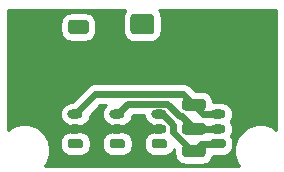
<source format=gbr>
%TF.GenerationSoftware,KiCad,Pcbnew,(5.1.9)-1*%
%TF.CreationDate,2021-08-12T17:05:41+01:00*%
%TF.ProjectId,heli-servo-board,68656c69-2d73-4657-9276-6f2d626f6172,rev?*%
%TF.SameCoordinates,Original*%
%TF.FileFunction,Copper,L1,Top*%
%TF.FilePolarity,Positive*%
%FSLAX46Y46*%
G04 Gerber Fmt 4.6, Leading zero omitted, Abs format (unit mm)*
G04 Created by KiCad (PCBNEW (5.1.9)-1) date 2021-08-12 17:05:41*
%MOMM*%
%LPD*%
G01*
G04 APERTURE LIST*
%TA.AperFunction,ComponentPad*%
%ADD10O,1.750000X1.200000*%
%TD*%
%TA.AperFunction,ComponentPad*%
%ADD11O,1.300000X0.800000*%
%TD*%
%TA.AperFunction,ComponentPad*%
%ADD12O,2.000000X1.700000*%
%TD*%
%TA.AperFunction,Conductor*%
%ADD13C,0.600000*%
%TD*%
%TA.AperFunction,Conductor*%
%ADD14C,0.254000*%
%TD*%
%TA.AperFunction,Conductor*%
%ADD15C,0.100000*%
%TD*%
G04 APERTURE END LIST*
D10*
%TO.P,REF\u002A\u002A,2*%
%TO.N,+BATT*%
X164592000Y-153536400D03*
%TO.P,REF\u002A\u002A,1*%
%TO.N,GND*%
%TA.AperFunction,ComponentPad*%
G36*
G01*
X163966600Y-150936400D02*
X165217400Y-150936400D01*
G75*
G02*
X165467000Y-151186000I0J-249600D01*
G01*
X165467000Y-151886800D01*
G75*
G02*
X165217400Y-152136400I-249600J0D01*
G01*
X163966600Y-152136400D01*
G75*
G02*
X163717000Y-151886800I0J249600D01*
G01*
X163717000Y-151186000D01*
G75*
G02*
X163966600Y-150936400I249600J0D01*
G01*
G37*
%TD.AperFunction*%
%TD*%
D11*
%TO.P,J1,3*%
%TO.N,Net-(J1-Pad3)*%
X176403000Y-158917000D03*
%TO.P,J1,2*%
%TO.N,Net-(J1-Pad2)*%
X176403000Y-160167000D03*
%TO.P,J1,1*%
%TO.N,Net-(J1-Pad1)*%
%TA.AperFunction,ComponentPad*%
G36*
G01*
X176853000Y-161817000D02*
X175953000Y-161817000D01*
G75*
G02*
X175753000Y-161617000I0J200000D01*
G01*
X175753000Y-161217000D01*
G75*
G02*
X175953000Y-161017000I200000J0D01*
G01*
X176853000Y-161017000D01*
G75*
G02*
X177053000Y-161217000I0J-200000D01*
G01*
X177053000Y-161617000D01*
G75*
G02*
X176853000Y-161817000I-200000J0D01*
G01*
G37*
%TD.AperFunction*%
%TD*%
%TO.P,J4,3*%
%TO.N,Net-(J1-Pad1)*%
X171450000Y-158917000D03*
%TO.P,J4,2*%
%TO.N,+BATT*%
X171450000Y-160167000D03*
%TO.P,J4,1*%
%TO.N,GND*%
%TA.AperFunction,ComponentPad*%
G36*
G01*
X171900000Y-161817000D02*
X171000000Y-161817000D01*
G75*
G02*
X170800000Y-161617000I0J200000D01*
G01*
X170800000Y-161217000D01*
G75*
G02*
X171000000Y-161017000I200000J0D01*
G01*
X171900000Y-161017000D01*
G75*
G02*
X172100000Y-161217000I0J-200000D01*
G01*
X172100000Y-161617000D01*
G75*
G02*
X171900000Y-161817000I-200000J0D01*
G01*
G37*
%TD.AperFunction*%
%TD*%
%TO.P,J3,3*%
%TO.N,Net-(J1-Pad2)*%
X167894000Y-158917000D03*
%TO.P,J3,2*%
%TO.N,+BATT*%
X167894000Y-160167000D03*
%TO.P,J3,1*%
%TO.N,GND*%
%TA.AperFunction,ComponentPad*%
G36*
G01*
X168344000Y-161817000D02*
X167444000Y-161817000D01*
G75*
G02*
X167244000Y-161617000I0J200000D01*
G01*
X167244000Y-161217000D01*
G75*
G02*
X167444000Y-161017000I200000J0D01*
G01*
X168344000Y-161017000D01*
G75*
G02*
X168544000Y-161217000I0J-200000D01*
G01*
X168544000Y-161617000D01*
G75*
G02*
X168344000Y-161817000I-200000J0D01*
G01*
G37*
%TD.AperFunction*%
%TD*%
%TO.P,J2,3*%
%TO.N,Net-(J1-Pad3)*%
X164338000Y-158917000D03*
%TO.P,J2,2*%
%TO.N,+BATT*%
X164338000Y-160167000D03*
%TO.P,J2,1*%
%TO.N,GND*%
%TA.AperFunction,ComponentPad*%
G36*
G01*
X164788000Y-161817000D02*
X163888000Y-161817000D01*
G75*
G02*
X163688000Y-161617000I0J200000D01*
G01*
X163688000Y-161217000D01*
G75*
G02*
X163888000Y-161017000I200000J0D01*
G01*
X164788000Y-161017000D01*
G75*
G02*
X164988000Y-161217000I0J-200000D01*
G01*
X164988000Y-161617000D01*
G75*
G02*
X164788000Y-161817000I-200000J0D01*
G01*
G37*
%TD.AperFunction*%
%TD*%
D12*
%TO.P,J6,2*%
%TO.N,+BATT*%
X170000000Y-153797000D03*
%TO.P,J6,1*%
%TO.N,GND*%
%TA.AperFunction,ComponentPad*%
G36*
G01*
X169250000Y-150447000D02*
X170750000Y-150447000D01*
G75*
G02*
X171000000Y-150697000I0J-250000D01*
G01*
X171000000Y-151897000D01*
G75*
G02*
X170750000Y-152147000I-250000J0D01*
G01*
X169250000Y-152147000D01*
G75*
G02*
X169000000Y-151897000I0J250000D01*
G01*
X169000000Y-150697000D01*
G75*
G02*
X169250000Y-150447000I250000J0D01*
G01*
G37*
%TD.AperFunction*%
%TD*%
%TO.P,J9,1*%
%TO.N,Net-(J1-Pad1)*%
%TA.AperFunction,SMDPad,CuDef*%
G36*
G01*
X173621000Y-161552000D02*
X175121000Y-161552000D01*
G75*
G02*
X175371000Y-161802000I0J-250000D01*
G01*
X175371000Y-162302000D01*
G75*
G02*
X175121000Y-162552000I-250000J0D01*
G01*
X173621000Y-162552000D01*
G75*
G02*
X173371000Y-162302000I0J250000D01*
G01*
X173371000Y-161802000D01*
G75*
G02*
X173621000Y-161552000I250000J0D01*
G01*
G37*
%TD.AperFunction*%
%TD*%
%TO.P,J8,1*%
%TO.N,Net-(J1-Pad2)*%
%TA.AperFunction,SMDPad,CuDef*%
G36*
G01*
X173621000Y-159647000D02*
X175121000Y-159647000D01*
G75*
G02*
X175371000Y-159897000I0J-250000D01*
G01*
X175371000Y-160397000D01*
G75*
G02*
X175121000Y-160647000I-250000J0D01*
G01*
X173621000Y-160647000D01*
G75*
G02*
X173371000Y-160397000I0J250000D01*
G01*
X173371000Y-159897000D01*
G75*
G02*
X173621000Y-159647000I250000J0D01*
G01*
G37*
%TD.AperFunction*%
%TD*%
%TO.P,J7,1*%
%TO.N,Net-(J1-Pad3)*%
%TA.AperFunction,SMDPad,CuDef*%
G36*
G01*
X173621000Y-157615000D02*
X175121000Y-157615000D01*
G75*
G02*
X175371000Y-157865000I0J-250000D01*
G01*
X175371000Y-158365000D01*
G75*
G02*
X175121000Y-158615000I-250000J0D01*
G01*
X173621000Y-158615000D01*
G75*
G02*
X173371000Y-158365000I0J250000D01*
G01*
X173371000Y-157865000D01*
G75*
G02*
X173621000Y-157615000I250000J0D01*
G01*
G37*
%TD.AperFunction*%
%TD*%
D13*
%TO.N,Net-(J1-Pad3)*%
X166038020Y-157216980D02*
X164338000Y-158917000D01*
X173472980Y-157216980D02*
X166038020Y-157216980D01*
X174371000Y-158115000D02*
X173472980Y-157216980D01*
X175173000Y-158917000D02*
X174371000Y-158115000D01*
X176403000Y-158917000D02*
X175173000Y-158917000D01*
%TO.N,Net-(J1-Pad2)*%
X168794010Y-158016990D02*
X167894000Y-158917000D01*
X172072796Y-158016990D02*
X168794010Y-158016990D01*
X173170816Y-159115010D02*
X172072796Y-158016990D01*
X173339010Y-159115010D02*
X173170816Y-159115010D01*
X174371000Y-160147000D02*
X173339010Y-159115010D01*
X174391000Y-160167000D02*
X174371000Y-160147000D01*
X176403000Y-160167000D02*
X174391000Y-160167000D01*
%TO.N,Net-(J1-Pad1)*%
X171722806Y-158917000D02*
X171450000Y-158917000D01*
X172600010Y-159794204D02*
X171722806Y-158917000D01*
X172600010Y-160436688D02*
X172600010Y-159794204D01*
X174215322Y-162052000D02*
X172600010Y-160436688D01*
X174371000Y-162052000D02*
X174215322Y-162052000D01*
X175006000Y-161417000D02*
X174371000Y-162052000D01*
X176403000Y-161417000D02*
X175006000Y-161417000D01*
%TD*%
D14*
%TO.N,+BATT*%
X168511595Y-150203614D02*
X168429528Y-150357150D01*
X168378992Y-150523746D01*
X168361928Y-150697000D01*
X168361928Y-151897000D01*
X168378992Y-152070254D01*
X168429528Y-152236850D01*
X168511595Y-152390386D01*
X168622038Y-152524962D01*
X168756614Y-152635405D01*
X168910150Y-152717472D01*
X169076746Y-152768008D01*
X169250000Y-152785072D01*
X170750000Y-152785072D01*
X170923254Y-152768008D01*
X171089850Y-152717472D01*
X171243386Y-152635405D01*
X171377962Y-152524962D01*
X171488405Y-152390386D01*
X171570472Y-152236850D01*
X171621008Y-152070254D01*
X171638072Y-151897000D01*
X171638072Y-150697000D01*
X171621008Y-150523746D01*
X171570472Y-150357150D01*
X171488405Y-150203614D01*
X171425530Y-150127000D01*
X181340000Y-150127000D01*
X181340001Y-160216970D01*
X181054880Y-160026458D01*
X180649592Y-159858582D01*
X180219340Y-159773000D01*
X179780660Y-159773000D01*
X179350408Y-159858582D01*
X178945120Y-160026458D01*
X178580370Y-160270176D01*
X178270176Y-160580370D01*
X178026458Y-160945120D01*
X177858582Y-161350408D01*
X177773000Y-161780660D01*
X177773000Y-162219340D01*
X177858582Y-162649592D01*
X178026458Y-163054880D01*
X178216969Y-163340000D01*
X161783031Y-163340000D01*
X161973542Y-163054880D01*
X162141418Y-162649592D01*
X162227000Y-162219340D01*
X162227000Y-161780660D01*
X162141418Y-161350408D01*
X162086159Y-161217000D01*
X163049928Y-161217000D01*
X163049928Y-161617000D01*
X163066031Y-161780500D01*
X163113722Y-161937716D01*
X163191169Y-162082608D01*
X163295394Y-162209606D01*
X163422392Y-162313831D01*
X163567284Y-162391278D01*
X163724500Y-162438969D01*
X163888000Y-162455072D01*
X164788000Y-162455072D01*
X164951500Y-162438969D01*
X165108716Y-162391278D01*
X165253608Y-162313831D01*
X165380606Y-162209606D01*
X165484831Y-162082608D01*
X165562278Y-161937716D01*
X165609969Y-161780500D01*
X165626072Y-161617000D01*
X165626072Y-161217000D01*
X166605928Y-161217000D01*
X166605928Y-161617000D01*
X166622031Y-161780500D01*
X166669722Y-161937716D01*
X166747169Y-162082608D01*
X166851394Y-162209606D01*
X166978392Y-162313831D01*
X167123284Y-162391278D01*
X167280500Y-162438969D01*
X167444000Y-162455072D01*
X168344000Y-162455072D01*
X168507500Y-162438969D01*
X168664716Y-162391278D01*
X168809608Y-162313831D01*
X168936606Y-162209606D01*
X169040831Y-162082608D01*
X169118278Y-161937716D01*
X169165969Y-161780500D01*
X169182072Y-161617000D01*
X169182072Y-161217000D01*
X169165969Y-161053500D01*
X169118278Y-160896284D01*
X169040831Y-160751392D01*
X168936606Y-160624394D01*
X168809608Y-160520169D01*
X168664716Y-160442722D01*
X168507500Y-160395031D01*
X168344000Y-160378928D01*
X167444000Y-160378928D01*
X167280500Y-160395031D01*
X167123284Y-160442722D01*
X166978392Y-160520169D01*
X166851394Y-160624394D01*
X166747169Y-160751392D01*
X166669722Y-160896284D01*
X166622031Y-161053500D01*
X166605928Y-161217000D01*
X165626072Y-161217000D01*
X165609969Y-161053500D01*
X165562278Y-160896284D01*
X165484831Y-160751392D01*
X165380606Y-160624394D01*
X165253608Y-160520169D01*
X165108716Y-160442722D01*
X164951500Y-160395031D01*
X164788000Y-160378928D01*
X163888000Y-160378928D01*
X163724500Y-160395031D01*
X163567284Y-160442722D01*
X163422392Y-160520169D01*
X163295394Y-160624394D01*
X163191169Y-160751392D01*
X163113722Y-160896284D01*
X163066031Y-161053500D01*
X163049928Y-161217000D01*
X162086159Y-161217000D01*
X161973542Y-160945120D01*
X161729824Y-160580370D01*
X161419630Y-160270176D01*
X161054880Y-160026458D01*
X160649592Y-159858582D01*
X160219340Y-159773000D01*
X159780660Y-159773000D01*
X159350408Y-159858582D01*
X158945120Y-160026458D01*
X158660000Y-160216969D01*
X158660000Y-158917000D01*
X163047993Y-158917000D01*
X163067976Y-159119895D01*
X163127159Y-159314993D01*
X163223266Y-159494797D01*
X163352604Y-159652396D01*
X163510203Y-159781734D01*
X163690007Y-159877841D01*
X163885105Y-159937024D01*
X164037162Y-159952000D01*
X164638838Y-159952000D01*
X164790895Y-159937024D01*
X164985993Y-159877841D01*
X165165797Y-159781734D01*
X165323396Y-159652396D01*
X165452734Y-159494797D01*
X165548841Y-159314993D01*
X165608024Y-159119895D01*
X165624480Y-158952809D01*
X166425310Y-158151980D01*
X166944701Y-158151980D01*
X166908604Y-158181604D01*
X166779266Y-158339203D01*
X166683159Y-158519007D01*
X166623976Y-158714105D01*
X166603993Y-158917000D01*
X166623976Y-159119895D01*
X166683159Y-159314993D01*
X166779266Y-159494797D01*
X166908604Y-159652396D01*
X167066203Y-159781734D01*
X167246007Y-159877841D01*
X167441105Y-159937024D01*
X167593162Y-159952000D01*
X168194838Y-159952000D01*
X168346895Y-159937024D01*
X168541993Y-159877841D01*
X168721797Y-159781734D01*
X168879396Y-159652396D01*
X169008734Y-159494797D01*
X169104841Y-159314993D01*
X169164024Y-159119895D01*
X169180480Y-158952810D01*
X169181300Y-158951990D01*
X170163439Y-158951990D01*
X170179976Y-159119895D01*
X170239159Y-159314993D01*
X170335266Y-159494797D01*
X170464604Y-159652396D01*
X170622203Y-159781734D01*
X170802007Y-159877841D01*
X170997105Y-159937024D01*
X171149162Y-159952000D01*
X171435517Y-159952000D01*
X171665010Y-160181493D01*
X171665010Y-160378928D01*
X171000000Y-160378928D01*
X170836500Y-160395031D01*
X170679284Y-160442722D01*
X170534392Y-160520169D01*
X170407394Y-160624394D01*
X170303169Y-160751392D01*
X170225722Y-160896284D01*
X170178031Y-161053500D01*
X170161928Y-161217000D01*
X170161928Y-161617000D01*
X170178031Y-161780500D01*
X170225722Y-161937716D01*
X170303169Y-162082608D01*
X170407394Y-162209606D01*
X170534392Y-162313831D01*
X170679284Y-162391278D01*
X170836500Y-162438969D01*
X171000000Y-162455072D01*
X171900000Y-162455072D01*
X172063500Y-162438969D01*
X172220716Y-162391278D01*
X172365608Y-162313831D01*
X172492606Y-162209606D01*
X172596831Y-162082608D01*
X172674278Y-161937716D01*
X172698593Y-161857560D01*
X172732928Y-161891895D01*
X172732928Y-162302000D01*
X172749992Y-162475254D01*
X172800528Y-162641850D01*
X172882595Y-162795386D01*
X172993038Y-162929962D01*
X173127614Y-163040405D01*
X173281150Y-163122472D01*
X173447746Y-163173008D01*
X173621000Y-163190072D01*
X175121000Y-163190072D01*
X175294254Y-163173008D01*
X175460850Y-163122472D01*
X175614386Y-163040405D01*
X175748962Y-162929962D01*
X175859405Y-162795386D01*
X175941472Y-162641850D01*
X175992008Y-162475254D01*
X175993996Y-162455072D01*
X176853000Y-162455072D01*
X177016500Y-162438969D01*
X177173716Y-162391278D01*
X177318608Y-162313831D01*
X177445606Y-162209606D01*
X177549831Y-162082608D01*
X177627278Y-161937716D01*
X177674969Y-161780500D01*
X177691072Y-161617000D01*
X177691072Y-161217000D01*
X177674969Y-161053500D01*
X177627278Y-160896284D01*
X177549831Y-160751392D01*
X177528259Y-160725106D01*
X177613841Y-160564993D01*
X177673024Y-160369895D01*
X177693007Y-160167000D01*
X177673024Y-159964105D01*
X177613841Y-159769007D01*
X177517734Y-159589203D01*
X177478996Y-159542000D01*
X177517734Y-159494797D01*
X177613841Y-159314993D01*
X177673024Y-159119895D01*
X177693007Y-158917000D01*
X177673024Y-158714105D01*
X177613841Y-158519007D01*
X177517734Y-158339203D01*
X177388396Y-158181604D01*
X177230797Y-158052266D01*
X177050993Y-157956159D01*
X176855895Y-157896976D01*
X176703838Y-157882000D01*
X176102162Y-157882000D01*
X176009072Y-157891168D01*
X176009072Y-157865000D01*
X175992008Y-157691746D01*
X175941472Y-157525150D01*
X175859405Y-157371614D01*
X175748962Y-157237038D01*
X175614386Y-157126595D01*
X175460850Y-157044528D01*
X175294254Y-156993992D01*
X175121000Y-156976928D01*
X174555217Y-156976928D01*
X174166610Y-156588321D01*
X174137324Y-156552636D01*
X173994952Y-156435794D01*
X173832520Y-156348973D01*
X173656272Y-156295509D01*
X173518912Y-156281980D01*
X173472980Y-156277456D01*
X173427048Y-156281980D01*
X166083951Y-156281980D01*
X166038019Y-156277456D01*
X165854727Y-156295509D01*
X165801263Y-156311727D01*
X165678480Y-156348973D01*
X165516048Y-156435794D01*
X165373676Y-156552636D01*
X165344394Y-156588316D01*
X164050711Y-157882000D01*
X164037162Y-157882000D01*
X163885105Y-157896976D01*
X163690007Y-157956159D01*
X163510203Y-158052266D01*
X163352604Y-158181604D01*
X163223266Y-158339203D01*
X163127159Y-158519007D01*
X163067976Y-158714105D01*
X163047993Y-158917000D01*
X158660000Y-158917000D01*
X158660000Y-151186000D01*
X163078928Y-151186000D01*
X163078928Y-151886800D01*
X163095984Y-152059976D01*
X163146498Y-152226497D01*
X163228528Y-152379964D01*
X163338921Y-152514479D01*
X163473436Y-152624872D01*
X163626903Y-152706902D01*
X163793424Y-152757416D01*
X163966600Y-152774472D01*
X165217400Y-152774472D01*
X165390576Y-152757416D01*
X165557097Y-152706902D01*
X165710564Y-152624872D01*
X165845079Y-152514479D01*
X165955472Y-152379964D01*
X166037502Y-152226497D01*
X166088016Y-152059976D01*
X166105072Y-151886800D01*
X166105072Y-151186000D01*
X166088016Y-151012824D01*
X166037502Y-150846303D01*
X165955472Y-150692836D01*
X165845079Y-150558321D01*
X165710564Y-150447928D01*
X165557097Y-150365898D01*
X165390576Y-150315384D01*
X165217400Y-150298328D01*
X163966600Y-150298328D01*
X163793424Y-150315384D01*
X163626903Y-150365898D01*
X163473436Y-150447928D01*
X163338921Y-150558321D01*
X163228528Y-150692836D01*
X163146498Y-150846303D01*
X163095984Y-151012824D01*
X163078928Y-151186000D01*
X158660000Y-151186000D01*
X158660000Y-150127000D01*
X168574470Y-150127000D01*
X168511595Y-150203614D01*
%TA.AperFunction,Conductor*%
D15*
G36*
X168511595Y-150203614D02*
G01*
X168429528Y-150357150D01*
X168378992Y-150523746D01*
X168361928Y-150697000D01*
X168361928Y-151897000D01*
X168378992Y-152070254D01*
X168429528Y-152236850D01*
X168511595Y-152390386D01*
X168622038Y-152524962D01*
X168756614Y-152635405D01*
X168910150Y-152717472D01*
X169076746Y-152768008D01*
X169250000Y-152785072D01*
X170750000Y-152785072D01*
X170923254Y-152768008D01*
X171089850Y-152717472D01*
X171243386Y-152635405D01*
X171377962Y-152524962D01*
X171488405Y-152390386D01*
X171570472Y-152236850D01*
X171621008Y-152070254D01*
X171638072Y-151897000D01*
X171638072Y-150697000D01*
X171621008Y-150523746D01*
X171570472Y-150357150D01*
X171488405Y-150203614D01*
X171425530Y-150127000D01*
X181340000Y-150127000D01*
X181340001Y-160216970D01*
X181054880Y-160026458D01*
X180649592Y-159858582D01*
X180219340Y-159773000D01*
X179780660Y-159773000D01*
X179350408Y-159858582D01*
X178945120Y-160026458D01*
X178580370Y-160270176D01*
X178270176Y-160580370D01*
X178026458Y-160945120D01*
X177858582Y-161350408D01*
X177773000Y-161780660D01*
X177773000Y-162219340D01*
X177858582Y-162649592D01*
X178026458Y-163054880D01*
X178216969Y-163340000D01*
X161783031Y-163340000D01*
X161973542Y-163054880D01*
X162141418Y-162649592D01*
X162227000Y-162219340D01*
X162227000Y-161780660D01*
X162141418Y-161350408D01*
X162086159Y-161217000D01*
X163049928Y-161217000D01*
X163049928Y-161617000D01*
X163066031Y-161780500D01*
X163113722Y-161937716D01*
X163191169Y-162082608D01*
X163295394Y-162209606D01*
X163422392Y-162313831D01*
X163567284Y-162391278D01*
X163724500Y-162438969D01*
X163888000Y-162455072D01*
X164788000Y-162455072D01*
X164951500Y-162438969D01*
X165108716Y-162391278D01*
X165253608Y-162313831D01*
X165380606Y-162209606D01*
X165484831Y-162082608D01*
X165562278Y-161937716D01*
X165609969Y-161780500D01*
X165626072Y-161617000D01*
X165626072Y-161217000D01*
X166605928Y-161217000D01*
X166605928Y-161617000D01*
X166622031Y-161780500D01*
X166669722Y-161937716D01*
X166747169Y-162082608D01*
X166851394Y-162209606D01*
X166978392Y-162313831D01*
X167123284Y-162391278D01*
X167280500Y-162438969D01*
X167444000Y-162455072D01*
X168344000Y-162455072D01*
X168507500Y-162438969D01*
X168664716Y-162391278D01*
X168809608Y-162313831D01*
X168936606Y-162209606D01*
X169040831Y-162082608D01*
X169118278Y-161937716D01*
X169165969Y-161780500D01*
X169182072Y-161617000D01*
X169182072Y-161217000D01*
X169165969Y-161053500D01*
X169118278Y-160896284D01*
X169040831Y-160751392D01*
X168936606Y-160624394D01*
X168809608Y-160520169D01*
X168664716Y-160442722D01*
X168507500Y-160395031D01*
X168344000Y-160378928D01*
X167444000Y-160378928D01*
X167280500Y-160395031D01*
X167123284Y-160442722D01*
X166978392Y-160520169D01*
X166851394Y-160624394D01*
X166747169Y-160751392D01*
X166669722Y-160896284D01*
X166622031Y-161053500D01*
X166605928Y-161217000D01*
X165626072Y-161217000D01*
X165609969Y-161053500D01*
X165562278Y-160896284D01*
X165484831Y-160751392D01*
X165380606Y-160624394D01*
X165253608Y-160520169D01*
X165108716Y-160442722D01*
X164951500Y-160395031D01*
X164788000Y-160378928D01*
X163888000Y-160378928D01*
X163724500Y-160395031D01*
X163567284Y-160442722D01*
X163422392Y-160520169D01*
X163295394Y-160624394D01*
X163191169Y-160751392D01*
X163113722Y-160896284D01*
X163066031Y-161053500D01*
X163049928Y-161217000D01*
X162086159Y-161217000D01*
X161973542Y-160945120D01*
X161729824Y-160580370D01*
X161419630Y-160270176D01*
X161054880Y-160026458D01*
X160649592Y-159858582D01*
X160219340Y-159773000D01*
X159780660Y-159773000D01*
X159350408Y-159858582D01*
X158945120Y-160026458D01*
X158660000Y-160216969D01*
X158660000Y-158917000D01*
X163047993Y-158917000D01*
X163067976Y-159119895D01*
X163127159Y-159314993D01*
X163223266Y-159494797D01*
X163352604Y-159652396D01*
X163510203Y-159781734D01*
X163690007Y-159877841D01*
X163885105Y-159937024D01*
X164037162Y-159952000D01*
X164638838Y-159952000D01*
X164790895Y-159937024D01*
X164985993Y-159877841D01*
X165165797Y-159781734D01*
X165323396Y-159652396D01*
X165452734Y-159494797D01*
X165548841Y-159314993D01*
X165608024Y-159119895D01*
X165624480Y-158952809D01*
X166425310Y-158151980D01*
X166944701Y-158151980D01*
X166908604Y-158181604D01*
X166779266Y-158339203D01*
X166683159Y-158519007D01*
X166623976Y-158714105D01*
X166603993Y-158917000D01*
X166623976Y-159119895D01*
X166683159Y-159314993D01*
X166779266Y-159494797D01*
X166908604Y-159652396D01*
X167066203Y-159781734D01*
X167246007Y-159877841D01*
X167441105Y-159937024D01*
X167593162Y-159952000D01*
X168194838Y-159952000D01*
X168346895Y-159937024D01*
X168541993Y-159877841D01*
X168721797Y-159781734D01*
X168879396Y-159652396D01*
X169008734Y-159494797D01*
X169104841Y-159314993D01*
X169164024Y-159119895D01*
X169180480Y-158952810D01*
X169181300Y-158951990D01*
X170163439Y-158951990D01*
X170179976Y-159119895D01*
X170239159Y-159314993D01*
X170335266Y-159494797D01*
X170464604Y-159652396D01*
X170622203Y-159781734D01*
X170802007Y-159877841D01*
X170997105Y-159937024D01*
X171149162Y-159952000D01*
X171435517Y-159952000D01*
X171665010Y-160181493D01*
X171665010Y-160378928D01*
X171000000Y-160378928D01*
X170836500Y-160395031D01*
X170679284Y-160442722D01*
X170534392Y-160520169D01*
X170407394Y-160624394D01*
X170303169Y-160751392D01*
X170225722Y-160896284D01*
X170178031Y-161053500D01*
X170161928Y-161217000D01*
X170161928Y-161617000D01*
X170178031Y-161780500D01*
X170225722Y-161937716D01*
X170303169Y-162082608D01*
X170407394Y-162209606D01*
X170534392Y-162313831D01*
X170679284Y-162391278D01*
X170836500Y-162438969D01*
X171000000Y-162455072D01*
X171900000Y-162455072D01*
X172063500Y-162438969D01*
X172220716Y-162391278D01*
X172365608Y-162313831D01*
X172492606Y-162209606D01*
X172596831Y-162082608D01*
X172674278Y-161937716D01*
X172698593Y-161857560D01*
X172732928Y-161891895D01*
X172732928Y-162302000D01*
X172749992Y-162475254D01*
X172800528Y-162641850D01*
X172882595Y-162795386D01*
X172993038Y-162929962D01*
X173127614Y-163040405D01*
X173281150Y-163122472D01*
X173447746Y-163173008D01*
X173621000Y-163190072D01*
X175121000Y-163190072D01*
X175294254Y-163173008D01*
X175460850Y-163122472D01*
X175614386Y-163040405D01*
X175748962Y-162929962D01*
X175859405Y-162795386D01*
X175941472Y-162641850D01*
X175992008Y-162475254D01*
X175993996Y-162455072D01*
X176853000Y-162455072D01*
X177016500Y-162438969D01*
X177173716Y-162391278D01*
X177318608Y-162313831D01*
X177445606Y-162209606D01*
X177549831Y-162082608D01*
X177627278Y-161937716D01*
X177674969Y-161780500D01*
X177691072Y-161617000D01*
X177691072Y-161217000D01*
X177674969Y-161053500D01*
X177627278Y-160896284D01*
X177549831Y-160751392D01*
X177528259Y-160725106D01*
X177613841Y-160564993D01*
X177673024Y-160369895D01*
X177693007Y-160167000D01*
X177673024Y-159964105D01*
X177613841Y-159769007D01*
X177517734Y-159589203D01*
X177478996Y-159542000D01*
X177517734Y-159494797D01*
X177613841Y-159314993D01*
X177673024Y-159119895D01*
X177693007Y-158917000D01*
X177673024Y-158714105D01*
X177613841Y-158519007D01*
X177517734Y-158339203D01*
X177388396Y-158181604D01*
X177230797Y-158052266D01*
X177050993Y-157956159D01*
X176855895Y-157896976D01*
X176703838Y-157882000D01*
X176102162Y-157882000D01*
X176009072Y-157891168D01*
X176009072Y-157865000D01*
X175992008Y-157691746D01*
X175941472Y-157525150D01*
X175859405Y-157371614D01*
X175748962Y-157237038D01*
X175614386Y-157126595D01*
X175460850Y-157044528D01*
X175294254Y-156993992D01*
X175121000Y-156976928D01*
X174555217Y-156976928D01*
X174166610Y-156588321D01*
X174137324Y-156552636D01*
X173994952Y-156435794D01*
X173832520Y-156348973D01*
X173656272Y-156295509D01*
X173518912Y-156281980D01*
X173472980Y-156277456D01*
X173427048Y-156281980D01*
X166083951Y-156281980D01*
X166038019Y-156277456D01*
X165854727Y-156295509D01*
X165801263Y-156311727D01*
X165678480Y-156348973D01*
X165516048Y-156435794D01*
X165373676Y-156552636D01*
X165344394Y-156588316D01*
X164050711Y-157882000D01*
X164037162Y-157882000D01*
X163885105Y-157896976D01*
X163690007Y-157956159D01*
X163510203Y-158052266D01*
X163352604Y-158181604D01*
X163223266Y-158339203D01*
X163127159Y-158519007D01*
X163067976Y-158714105D01*
X163047993Y-158917000D01*
X158660000Y-158917000D01*
X158660000Y-151186000D01*
X163078928Y-151186000D01*
X163078928Y-151886800D01*
X163095984Y-152059976D01*
X163146498Y-152226497D01*
X163228528Y-152379964D01*
X163338921Y-152514479D01*
X163473436Y-152624872D01*
X163626903Y-152706902D01*
X163793424Y-152757416D01*
X163966600Y-152774472D01*
X165217400Y-152774472D01*
X165390576Y-152757416D01*
X165557097Y-152706902D01*
X165710564Y-152624872D01*
X165845079Y-152514479D01*
X165955472Y-152379964D01*
X166037502Y-152226497D01*
X166088016Y-152059976D01*
X166105072Y-151886800D01*
X166105072Y-151186000D01*
X166088016Y-151012824D01*
X166037502Y-150846303D01*
X165955472Y-150692836D01*
X165845079Y-150558321D01*
X165710564Y-150447928D01*
X165557097Y-150365898D01*
X165390576Y-150315384D01*
X165217400Y-150298328D01*
X163966600Y-150298328D01*
X163793424Y-150315384D01*
X163626903Y-150365898D01*
X163473436Y-150447928D01*
X163338921Y-150558321D01*
X163228528Y-150692836D01*
X163146498Y-150846303D01*
X163095984Y-151012824D01*
X163078928Y-151186000D01*
X158660000Y-151186000D01*
X158660000Y-150127000D01*
X168574470Y-150127000D01*
X168511595Y-150203614D01*
G37*
%TD.AperFunction*%
%TD*%
M02*

</source>
